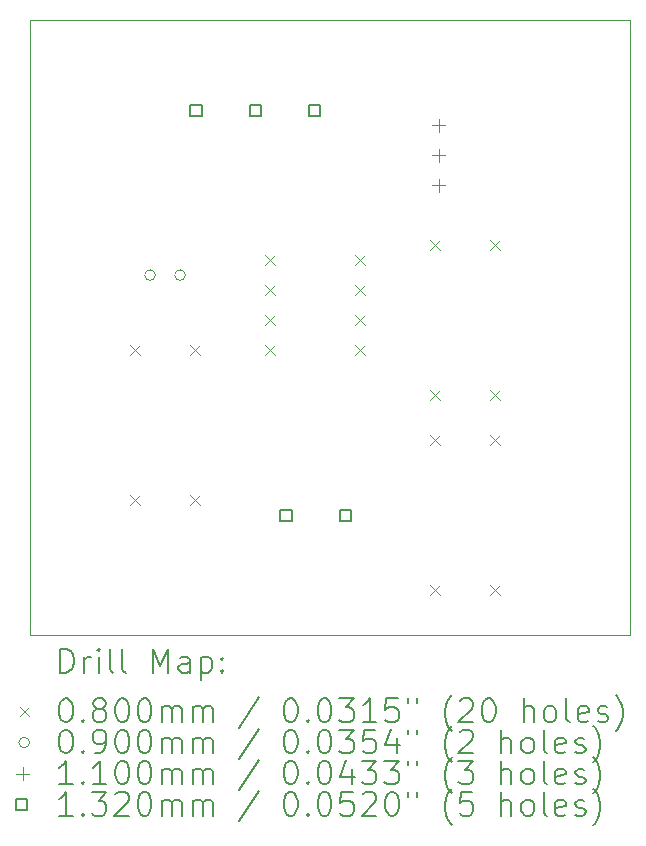
<source format=gbr>
%TF.GenerationSoftware,KiCad,Pcbnew,7.0.6*%
%TF.CreationDate,2023-07-17T15:49:31+01:00*%
%TF.ProjectId,med_assoc_lick_sens_addon,6d65645f-6173-4736-9f63-5f6c69636b5f,rev?*%
%TF.SameCoordinates,Original*%
%TF.FileFunction,Drillmap*%
%TF.FilePolarity,Positive*%
%FSLAX45Y45*%
G04 Gerber Fmt 4.5, Leading zero omitted, Abs format (unit mm)*
G04 Created by KiCad (PCBNEW 7.0.6) date 2023-07-17 15:49:31*
%MOMM*%
%LPD*%
G01*
G04 APERTURE LIST*
%ADD10C,0.100000*%
%ADD11C,0.200000*%
%ADD12C,0.080000*%
%ADD13C,0.090000*%
%ADD14C,0.110000*%
%ADD15C,0.132000*%
G04 APERTURE END LIST*
D10*
X13970000Y-3556000D02*
X19050000Y-3556000D01*
X19050000Y-8763000D01*
X13970000Y-8763000D01*
X13970000Y-3556000D01*
D11*
D12*
X14819000Y-6310000D02*
X14899000Y-6390000D01*
X14899000Y-6310000D02*
X14819000Y-6390000D01*
X14819000Y-7580000D02*
X14899000Y-7660000D01*
X14899000Y-7580000D02*
X14819000Y-7660000D01*
X15327000Y-6310000D02*
X15407000Y-6390000D01*
X15407000Y-6310000D02*
X15327000Y-6390000D01*
X15327000Y-7580000D02*
X15407000Y-7660000D01*
X15407000Y-7580000D02*
X15327000Y-7660000D01*
X15962000Y-5548000D02*
X16042000Y-5628000D01*
X16042000Y-5548000D02*
X15962000Y-5628000D01*
X15962000Y-5802000D02*
X16042000Y-5882000D01*
X16042000Y-5802000D02*
X15962000Y-5882000D01*
X15962000Y-6056000D02*
X16042000Y-6136000D01*
X16042000Y-6056000D02*
X15962000Y-6136000D01*
X15962000Y-6310000D02*
X16042000Y-6390000D01*
X16042000Y-6310000D02*
X15962000Y-6390000D01*
X16724000Y-5548000D02*
X16804000Y-5628000D01*
X16804000Y-5548000D02*
X16724000Y-5628000D01*
X16724000Y-5802000D02*
X16804000Y-5882000D01*
X16804000Y-5802000D02*
X16724000Y-5882000D01*
X16724000Y-6056000D02*
X16804000Y-6136000D01*
X16804000Y-6056000D02*
X16724000Y-6136000D01*
X16724000Y-6310000D02*
X16804000Y-6390000D01*
X16804000Y-6310000D02*
X16724000Y-6390000D01*
X17359000Y-5421000D02*
X17439000Y-5501000D01*
X17439000Y-5421000D02*
X17359000Y-5501000D01*
X17359000Y-6691000D02*
X17439000Y-6771000D01*
X17439000Y-6691000D02*
X17359000Y-6771000D01*
X17359000Y-7072000D02*
X17439000Y-7152000D01*
X17439000Y-7072000D02*
X17359000Y-7152000D01*
X17359000Y-8342000D02*
X17439000Y-8422000D01*
X17439000Y-8342000D02*
X17359000Y-8422000D01*
X17867000Y-5421000D02*
X17947000Y-5501000D01*
X17947000Y-5421000D02*
X17867000Y-5501000D01*
X17867000Y-6691000D02*
X17947000Y-6771000D01*
X17947000Y-6691000D02*
X17867000Y-6771000D01*
X17867000Y-7072000D02*
X17947000Y-7152000D01*
X17947000Y-7072000D02*
X17867000Y-7152000D01*
X17867000Y-8342000D02*
X17947000Y-8422000D01*
X17947000Y-8342000D02*
X17867000Y-8422000D01*
D13*
X15031000Y-5715000D02*
G75*
G03*
X15031000Y-5715000I-45000J0D01*
G01*
X15285000Y-5715000D02*
G75*
G03*
X15285000Y-5715000I-45000J0D01*
G01*
D14*
X17431500Y-4390000D02*
X17431500Y-4500000D01*
X17376500Y-4445000D02*
X17486500Y-4445000D01*
X17431500Y-4644000D02*
X17431500Y-4754000D01*
X17376500Y-4699000D02*
X17486500Y-4699000D01*
X17431500Y-4898000D02*
X17431500Y-5008000D01*
X17376500Y-4953000D02*
X17486500Y-4953000D01*
D15*
X15421669Y-4364670D02*
X15421669Y-4271331D01*
X15328330Y-4271331D01*
X15328330Y-4364670D01*
X15421669Y-4364670D01*
X15921669Y-4364670D02*
X15921669Y-4271331D01*
X15828330Y-4271331D01*
X15828330Y-4364670D01*
X15921669Y-4364670D01*
X16183669Y-7793669D02*
X16183669Y-7700330D01*
X16090330Y-7700330D01*
X16090330Y-7793669D01*
X16183669Y-7793669D01*
X16421669Y-4364670D02*
X16421669Y-4271331D01*
X16328330Y-4271331D01*
X16328330Y-4364670D01*
X16421669Y-4364670D01*
X16683669Y-7793669D02*
X16683669Y-7700330D01*
X16590330Y-7700330D01*
X16590330Y-7793669D01*
X16683669Y-7793669D01*
D11*
X14225777Y-9079484D02*
X14225777Y-8879484D01*
X14225777Y-8879484D02*
X14273396Y-8879484D01*
X14273396Y-8879484D02*
X14301967Y-8889008D01*
X14301967Y-8889008D02*
X14321015Y-8908055D01*
X14321015Y-8908055D02*
X14330539Y-8927103D01*
X14330539Y-8927103D02*
X14340062Y-8965198D01*
X14340062Y-8965198D02*
X14340062Y-8993770D01*
X14340062Y-8993770D02*
X14330539Y-9031865D01*
X14330539Y-9031865D02*
X14321015Y-9050912D01*
X14321015Y-9050912D02*
X14301967Y-9069960D01*
X14301967Y-9069960D02*
X14273396Y-9079484D01*
X14273396Y-9079484D02*
X14225777Y-9079484D01*
X14425777Y-9079484D02*
X14425777Y-8946150D01*
X14425777Y-8984246D02*
X14435301Y-8965198D01*
X14435301Y-8965198D02*
X14444824Y-8955674D01*
X14444824Y-8955674D02*
X14463872Y-8946150D01*
X14463872Y-8946150D02*
X14482920Y-8946150D01*
X14549586Y-9079484D02*
X14549586Y-8946150D01*
X14549586Y-8879484D02*
X14540062Y-8889008D01*
X14540062Y-8889008D02*
X14549586Y-8898531D01*
X14549586Y-8898531D02*
X14559110Y-8889008D01*
X14559110Y-8889008D02*
X14549586Y-8879484D01*
X14549586Y-8879484D02*
X14549586Y-8898531D01*
X14673396Y-9079484D02*
X14654348Y-9069960D01*
X14654348Y-9069960D02*
X14644824Y-9050912D01*
X14644824Y-9050912D02*
X14644824Y-8879484D01*
X14778158Y-9079484D02*
X14759110Y-9069960D01*
X14759110Y-9069960D02*
X14749586Y-9050912D01*
X14749586Y-9050912D02*
X14749586Y-8879484D01*
X15006729Y-9079484D02*
X15006729Y-8879484D01*
X15006729Y-8879484D02*
X15073396Y-9022341D01*
X15073396Y-9022341D02*
X15140062Y-8879484D01*
X15140062Y-8879484D02*
X15140062Y-9079484D01*
X15321015Y-9079484D02*
X15321015Y-8974722D01*
X15321015Y-8974722D02*
X15311491Y-8955674D01*
X15311491Y-8955674D02*
X15292443Y-8946150D01*
X15292443Y-8946150D02*
X15254348Y-8946150D01*
X15254348Y-8946150D02*
X15235301Y-8955674D01*
X15321015Y-9069960D02*
X15301967Y-9079484D01*
X15301967Y-9079484D02*
X15254348Y-9079484D01*
X15254348Y-9079484D02*
X15235301Y-9069960D01*
X15235301Y-9069960D02*
X15225777Y-9050912D01*
X15225777Y-9050912D02*
X15225777Y-9031865D01*
X15225777Y-9031865D02*
X15235301Y-9012817D01*
X15235301Y-9012817D02*
X15254348Y-9003293D01*
X15254348Y-9003293D02*
X15301967Y-9003293D01*
X15301967Y-9003293D02*
X15321015Y-8993770D01*
X15416253Y-8946150D02*
X15416253Y-9146150D01*
X15416253Y-8955674D02*
X15435301Y-8946150D01*
X15435301Y-8946150D02*
X15473396Y-8946150D01*
X15473396Y-8946150D02*
X15492443Y-8955674D01*
X15492443Y-8955674D02*
X15501967Y-8965198D01*
X15501967Y-8965198D02*
X15511491Y-8984246D01*
X15511491Y-8984246D02*
X15511491Y-9041389D01*
X15511491Y-9041389D02*
X15501967Y-9060436D01*
X15501967Y-9060436D02*
X15492443Y-9069960D01*
X15492443Y-9069960D02*
X15473396Y-9079484D01*
X15473396Y-9079484D02*
X15435301Y-9079484D01*
X15435301Y-9079484D02*
X15416253Y-9069960D01*
X15597205Y-9060436D02*
X15606729Y-9069960D01*
X15606729Y-9069960D02*
X15597205Y-9079484D01*
X15597205Y-9079484D02*
X15587682Y-9069960D01*
X15587682Y-9069960D02*
X15597205Y-9060436D01*
X15597205Y-9060436D02*
X15597205Y-9079484D01*
X15597205Y-8955674D02*
X15606729Y-8965198D01*
X15606729Y-8965198D02*
X15597205Y-8974722D01*
X15597205Y-8974722D02*
X15587682Y-8965198D01*
X15587682Y-8965198D02*
X15597205Y-8955674D01*
X15597205Y-8955674D02*
X15597205Y-8974722D01*
D12*
X13885000Y-9368000D02*
X13965000Y-9448000D01*
X13965000Y-9368000D02*
X13885000Y-9448000D01*
D11*
X14263872Y-9299484D02*
X14282920Y-9299484D01*
X14282920Y-9299484D02*
X14301967Y-9309008D01*
X14301967Y-9309008D02*
X14311491Y-9318531D01*
X14311491Y-9318531D02*
X14321015Y-9337579D01*
X14321015Y-9337579D02*
X14330539Y-9375674D01*
X14330539Y-9375674D02*
X14330539Y-9423293D01*
X14330539Y-9423293D02*
X14321015Y-9461389D01*
X14321015Y-9461389D02*
X14311491Y-9480436D01*
X14311491Y-9480436D02*
X14301967Y-9489960D01*
X14301967Y-9489960D02*
X14282920Y-9499484D01*
X14282920Y-9499484D02*
X14263872Y-9499484D01*
X14263872Y-9499484D02*
X14244824Y-9489960D01*
X14244824Y-9489960D02*
X14235301Y-9480436D01*
X14235301Y-9480436D02*
X14225777Y-9461389D01*
X14225777Y-9461389D02*
X14216253Y-9423293D01*
X14216253Y-9423293D02*
X14216253Y-9375674D01*
X14216253Y-9375674D02*
X14225777Y-9337579D01*
X14225777Y-9337579D02*
X14235301Y-9318531D01*
X14235301Y-9318531D02*
X14244824Y-9309008D01*
X14244824Y-9309008D02*
X14263872Y-9299484D01*
X14416253Y-9480436D02*
X14425777Y-9489960D01*
X14425777Y-9489960D02*
X14416253Y-9499484D01*
X14416253Y-9499484D02*
X14406729Y-9489960D01*
X14406729Y-9489960D02*
X14416253Y-9480436D01*
X14416253Y-9480436D02*
X14416253Y-9499484D01*
X14540062Y-9385198D02*
X14521015Y-9375674D01*
X14521015Y-9375674D02*
X14511491Y-9366150D01*
X14511491Y-9366150D02*
X14501967Y-9347103D01*
X14501967Y-9347103D02*
X14501967Y-9337579D01*
X14501967Y-9337579D02*
X14511491Y-9318531D01*
X14511491Y-9318531D02*
X14521015Y-9309008D01*
X14521015Y-9309008D02*
X14540062Y-9299484D01*
X14540062Y-9299484D02*
X14578158Y-9299484D01*
X14578158Y-9299484D02*
X14597205Y-9309008D01*
X14597205Y-9309008D02*
X14606729Y-9318531D01*
X14606729Y-9318531D02*
X14616253Y-9337579D01*
X14616253Y-9337579D02*
X14616253Y-9347103D01*
X14616253Y-9347103D02*
X14606729Y-9366150D01*
X14606729Y-9366150D02*
X14597205Y-9375674D01*
X14597205Y-9375674D02*
X14578158Y-9385198D01*
X14578158Y-9385198D02*
X14540062Y-9385198D01*
X14540062Y-9385198D02*
X14521015Y-9394722D01*
X14521015Y-9394722D02*
X14511491Y-9404246D01*
X14511491Y-9404246D02*
X14501967Y-9423293D01*
X14501967Y-9423293D02*
X14501967Y-9461389D01*
X14501967Y-9461389D02*
X14511491Y-9480436D01*
X14511491Y-9480436D02*
X14521015Y-9489960D01*
X14521015Y-9489960D02*
X14540062Y-9499484D01*
X14540062Y-9499484D02*
X14578158Y-9499484D01*
X14578158Y-9499484D02*
X14597205Y-9489960D01*
X14597205Y-9489960D02*
X14606729Y-9480436D01*
X14606729Y-9480436D02*
X14616253Y-9461389D01*
X14616253Y-9461389D02*
X14616253Y-9423293D01*
X14616253Y-9423293D02*
X14606729Y-9404246D01*
X14606729Y-9404246D02*
X14597205Y-9394722D01*
X14597205Y-9394722D02*
X14578158Y-9385198D01*
X14740062Y-9299484D02*
X14759110Y-9299484D01*
X14759110Y-9299484D02*
X14778158Y-9309008D01*
X14778158Y-9309008D02*
X14787682Y-9318531D01*
X14787682Y-9318531D02*
X14797205Y-9337579D01*
X14797205Y-9337579D02*
X14806729Y-9375674D01*
X14806729Y-9375674D02*
X14806729Y-9423293D01*
X14806729Y-9423293D02*
X14797205Y-9461389D01*
X14797205Y-9461389D02*
X14787682Y-9480436D01*
X14787682Y-9480436D02*
X14778158Y-9489960D01*
X14778158Y-9489960D02*
X14759110Y-9499484D01*
X14759110Y-9499484D02*
X14740062Y-9499484D01*
X14740062Y-9499484D02*
X14721015Y-9489960D01*
X14721015Y-9489960D02*
X14711491Y-9480436D01*
X14711491Y-9480436D02*
X14701967Y-9461389D01*
X14701967Y-9461389D02*
X14692443Y-9423293D01*
X14692443Y-9423293D02*
X14692443Y-9375674D01*
X14692443Y-9375674D02*
X14701967Y-9337579D01*
X14701967Y-9337579D02*
X14711491Y-9318531D01*
X14711491Y-9318531D02*
X14721015Y-9309008D01*
X14721015Y-9309008D02*
X14740062Y-9299484D01*
X14930539Y-9299484D02*
X14949586Y-9299484D01*
X14949586Y-9299484D02*
X14968634Y-9309008D01*
X14968634Y-9309008D02*
X14978158Y-9318531D01*
X14978158Y-9318531D02*
X14987682Y-9337579D01*
X14987682Y-9337579D02*
X14997205Y-9375674D01*
X14997205Y-9375674D02*
X14997205Y-9423293D01*
X14997205Y-9423293D02*
X14987682Y-9461389D01*
X14987682Y-9461389D02*
X14978158Y-9480436D01*
X14978158Y-9480436D02*
X14968634Y-9489960D01*
X14968634Y-9489960D02*
X14949586Y-9499484D01*
X14949586Y-9499484D02*
X14930539Y-9499484D01*
X14930539Y-9499484D02*
X14911491Y-9489960D01*
X14911491Y-9489960D02*
X14901967Y-9480436D01*
X14901967Y-9480436D02*
X14892443Y-9461389D01*
X14892443Y-9461389D02*
X14882920Y-9423293D01*
X14882920Y-9423293D02*
X14882920Y-9375674D01*
X14882920Y-9375674D02*
X14892443Y-9337579D01*
X14892443Y-9337579D02*
X14901967Y-9318531D01*
X14901967Y-9318531D02*
X14911491Y-9309008D01*
X14911491Y-9309008D02*
X14930539Y-9299484D01*
X15082920Y-9499484D02*
X15082920Y-9366150D01*
X15082920Y-9385198D02*
X15092443Y-9375674D01*
X15092443Y-9375674D02*
X15111491Y-9366150D01*
X15111491Y-9366150D02*
X15140063Y-9366150D01*
X15140063Y-9366150D02*
X15159110Y-9375674D01*
X15159110Y-9375674D02*
X15168634Y-9394722D01*
X15168634Y-9394722D02*
X15168634Y-9499484D01*
X15168634Y-9394722D02*
X15178158Y-9375674D01*
X15178158Y-9375674D02*
X15197205Y-9366150D01*
X15197205Y-9366150D02*
X15225777Y-9366150D01*
X15225777Y-9366150D02*
X15244824Y-9375674D01*
X15244824Y-9375674D02*
X15254348Y-9394722D01*
X15254348Y-9394722D02*
X15254348Y-9499484D01*
X15349586Y-9499484D02*
X15349586Y-9366150D01*
X15349586Y-9385198D02*
X15359110Y-9375674D01*
X15359110Y-9375674D02*
X15378158Y-9366150D01*
X15378158Y-9366150D02*
X15406729Y-9366150D01*
X15406729Y-9366150D02*
X15425777Y-9375674D01*
X15425777Y-9375674D02*
X15435301Y-9394722D01*
X15435301Y-9394722D02*
X15435301Y-9499484D01*
X15435301Y-9394722D02*
X15444824Y-9375674D01*
X15444824Y-9375674D02*
X15463872Y-9366150D01*
X15463872Y-9366150D02*
X15492443Y-9366150D01*
X15492443Y-9366150D02*
X15511491Y-9375674D01*
X15511491Y-9375674D02*
X15521015Y-9394722D01*
X15521015Y-9394722D02*
X15521015Y-9499484D01*
X15911491Y-9289960D02*
X15740063Y-9547103D01*
X16168634Y-9299484D02*
X16187682Y-9299484D01*
X16187682Y-9299484D02*
X16206729Y-9309008D01*
X16206729Y-9309008D02*
X16216253Y-9318531D01*
X16216253Y-9318531D02*
X16225777Y-9337579D01*
X16225777Y-9337579D02*
X16235301Y-9375674D01*
X16235301Y-9375674D02*
X16235301Y-9423293D01*
X16235301Y-9423293D02*
X16225777Y-9461389D01*
X16225777Y-9461389D02*
X16216253Y-9480436D01*
X16216253Y-9480436D02*
X16206729Y-9489960D01*
X16206729Y-9489960D02*
X16187682Y-9499484D01*
X16187682Y-9499484D02*
X16168634Y-9499484D01*
X16168634Y-9499484D02*
X16149586Y-9489960D01*
X16149586Y-9489960D02*
X16140063Y-9480436D01*
X16140063Y-9480436D02*
X16130539Y-9461389D01*
X16130539Y-9461389D02*
X16121015Y-9423293D01*
X16121015Y-9423293D02*
X16121015Y-9375674D01*
X16121015Y-9375674D02*
X16130539Y-9337579D01*
X16130539Y-9337579D02*
X16140063Y-9318531D01*
X16140063Y-9318531D02*
X16149586Y-9309008D01*
X16149586Y-9309008D02*
X16168634Y-9299484D01*
X16321015Y-9480436D02*
X16330539Y-9489960D01*
X16330539Y-9489960D02*
X16321015Y-9499484D01*
X16321015Y-9499484D02*
X16311491Y-9489960D01*
X16311491Y-9489960D02*
X16321015Y-9480436D01*
X16321015Y-9480436D02*
X16321015Y-9499484D01*
X16454348Y-9299484D02*
X16473396Y-9299484D01*
X16473396Y-9299484D02*
X16492444Y-9309008D01*
X16492444Y-9309008D02*
X16501967Y-9318531D01*
X16501967Y-9318531D02*
X16511491Y-9337579D01*
X16511491Y-9337579D02*
X16521015Y-9375674D01*
X16521015Y-9375674D02*
X16521015Y-9423293D01*
X16521015Y-9423293D02*
X16511491Y-9461389D01*
X16511491Y-9461389D02*
X16501967Y-9480436D01*
X16501967Y-9480436D02*
X16492444Y-9489960D01*
X16492444Y-9489960D02*
X16473396Y-9499484D01*
X16473396Y-9499484D02*
X16454348Y-9499484D01*
X16454348Y-9499484D02*
X16435301Y-9489960D01*
X16435301Y-9489960D02*
X16425777Y-9480436D01*
X16425777Y-9480436D02*
X16416253Y-9461389D01*
X16416253Y-9461389D02*
X16406729Y-9423293D01*
X16406729Y-9423293D02*
X16406729Y-9375674D01*
X16406729Y-9375674D02*
X16416253Y-9337579D01*
X16416253Y-9337579D02*
X16425777Y-9318531D01*
X16425777Y-9318531D02*
X16435301Y-9309008D01*
X16435301Y-9309008D02*
X16454348Y-9299484D01*
X16587682Y-9299484D02*
X16711491Y-9299484D01*
X16711491Y-9299484D02*
X16644825Y-9375674D01*
X16644825Y-9375674D02*
X16673396Y-9375674D01*
X16673396Y-9375674D02*
X16692444Y-9385198D01*
X16692444Y-9385198D02*
X16701967Y-9394722D01*
X16701967Y-9394722D02*
X16711491Y-9413770D01*
X16711491Y-9413770D02*
X16711491Y-9461389D01*
X16711491Y-9461389D02*
X16701967Y-9480436D01*
X16701967Y-9480436D02*
X16692444Y-9489960D01*
X16692444Y-9489960D02*
X16673396Y-9499484D01*
X16673396Y-9499484D02*
X16616253Y-9499484D01*
X16616253Y-9499484D02*
X16597206Y-9489960D01*
X16597206Y-9489960D02*
X16587682Y-9480436D01*
X16901968Y-9499484D02*
X16787682Y-9499484D01*
X16844825Y-9499484D02*
X16844825Y-9299484D01*
X16844825Y-9299484D02*
X16825777Y-9328055D01*
X16825777Y-9328055D02*
X16806729Y-9347103D01*
X16806729Y-9347103D02*
X16787682Y-9356627D01*
X17082920Y-9299484D02*
X16987682Y-9299484D01*
X16987682Y-9299484D02*
X16978158Y-9394722D01*
X16978158Y-9394722D02*
X16987682Y-9385198D01*
X16987682Y-9385198D02*
X17006729Y-9375674D01*
X17006729Y-9375674D02*
X17054349Y-9375674D01*
X17054349Y-9375674D02*
X17073396Y-9385198D01*
X17073396Y-9385198D02*
X17082920Y-9394722D01*
X17082920Y-9394722D02*
X17092444Y-9413770D01*
X17092444Y-9413770D02*
X17092444Y-9461389D01*
X17092444Y-9461389D02*
X17082920Y-9480436D01*
X17082920Y-9480436D02*
X17073396Y-9489960D01*
X17073396Y-9489960D02*
X17054349Y-9499484D01*
X17054349Y-9499484D02*
X17006729Y-9499484D01*
X17006729Y-9499484D02*
X16987682Y-9489960D01*
X16987682Y-9489960D02*
X16978158Y-9480436D01*
X17168634Y-9299484D02*
X17168634Y-9337579D01*
X17244825Y-9299484D02*
X17244825Y-9337579D01*
X17540063Y-9575674D02*
X17530539Y-9566150D01*
X17530539Y-9566150D02*
X17511491Y-9537579D01*
X17511491Y-9537579D02*
X17501968Y-9518531D01*
X17501968Y-9518531D02*
X17492444Y-9489960D01*
X17492444Y-9489960D02*
X17482920Y-9442341D01*
X17482920Y-9442341D02*
X17482920Y-9404246D01*
X17482920Y-9404246D02*
X17492444Y-9356627D01*
X17492444Y-9356627D02*
X17501968Y-9328055D01*
X17501968Y-9328055D02*
X17511491Y-9309008D01*
X17511491Y-9309008D02*
X17530539Y-9280436D01*
X17530539Y-9280436D02*
X17540063Y-9270912D01*
X17606730Y-9318531D02*
X17616253Y-9309008D01*
X17616253Y-9309008D02*
X17635301Y-9299484D01*
X17635301Y-9299484D02*
X17682920Y-9299484D01*
X17682920Y-9299484D02*
X17701968Y-9309008D01*
X17701968Y-9309008D02*
X17711491Y-9318531D01*
X17711491Y-9318531D02*
X17721015Y-9337579D01*
X17721015Y-9337579D02*
X17721015Y-9356627D01*
X17721015Y-9356627D02*
X17711491Y-9385198D01*
X17711491Y-9385198D02*
X17597206Y-9499484D01*
X17597206Y-9499484D02*
X17721015Y-9499484D01*
X17844825Y-9299484D02*
X17863872Y-9299484D01*
X17863872Y-9299484D02*
X17882920Y-9309008D01*
X17882920Y-9309008D02*
X17892444Y-9318531D01*
X17892444Y-9318531D02*
X17901968Y-9337579D01*
X17901968Y-9337579D02*
X17911491Y-9375674D01*
X17911491Y-9375674D02*
X17911491Y-9423293D01*
X17911491Y-9423293D02*
X17901968Y-9461389D01*
X17901968Y-9461389D02*
X17892444Y-9480436D01*
X17892444Y-9480436D02*
X17882920Y-9489960D01*
X17882920Y-9489960D02*
X17863872Y-9499484D01*
X17863872Y-9499484D02*
X17844825Y-9499484D01*
X17844825Y-9499484D02*
X17825777Y-9489960D01*
X17825777Y-9489960D02*
X17816253Y-9480436D01*
X17816253Y-9480436D02*
X17806730Y-9461389D01*
X17806730Y-9461389D02*
X17797206Y-9423293D01*
X17797206Y-9423293D02*
X17797206Y-9375674D01*
X17797206Y-9375674D02*
X17806730Y-9337579D01*
X17806730Y-9337579D02*
X17816253Y-9318531D01*
X17816253Y-9318531D02*
X17825777Y-9309008D01*
X17825777Y-9309008D02*
X17844825Y-9299484D01*
X18149587Y-9499484D02*
X18149587Y-9299484D01*
X18235301Y-9499484D02*
X18235301Y-9394722D01*
X18235301Y-9394722D02*
X18225777Y-9375674D01*
X18225777Y-9375674D02*
X18206730Y-9366150D01*
X18206730Y-9366150D02*
X18178158Y-9366150D01*
X18178158Y-9366150D02*
X18159111Y-9375674D01*
X18159111Y-9375674D02*
X18149587Y-9385198D01*
X18359111Y-9499484D02*
X18340063Y-9489960D01*
X18340063Y-9489960D02*
X18330539Y-9480436D01*
X18330539Y-9480436D02*
X18321015Y-9461389D01*
X18321015Y-9461389D02*
X18321015Y-9404246D01*
X18321015Y-9404246D02*
X18330539Y-9385198D01*
X18330539Y-9385198D02*
X18340063Y-9375674D01*
X18340063Y-9375674D02*
X18359111Y-9366150D01*
X18359111Y-9366150D02*
X18387682Y-9366150D01*
X18387682Y-9366150D02*
X18406730Y-9375674D01*
X18406730Y-9375674D02*
X18416253Y-9385198D01*
X18416253Y-9385198D02*
X18425777Y-9404246D01*
X18425777Y-9404246D02*
X18425777Y-9461389D01*
X18425777Y-9461389D02*
X18416253Y-9480436D01*
X18416253Y-9480436D02*
X18406730Y-9489960D01*
X18406730Y-9489960D02*
X18387682Y-9499484D01*
X18387682Y-9499484D02*
X18359111Y-9499484D01*
X18540063Y-9499484D02*
X18521015Y-9489960D01*
X18521015Y-9489960D02*
X18511492Y-9470912D01*
X18511492Y-9470912D02*
X18511492Y-9299484D01*
X18692444Y-9489960D02*
X18673396Y-9499484D01*
X18673396Y-9499484D02*
X18635301Y-9499484D01*
X18635301Y-9499484D02*
X18616253Y-9489960D01*
X18616253Y-9489960D02*
X18606730Y-9470912D01*
X18606730Y-9470912D02*
X18606730Y-9394722D01*
X18606730Y-9394722D02*
X18616253Y-9375674D01*
X18616253Y-9375674D02*
X18635301Y-9366150D01*
X18635301Y-9366150D02*
X18673396Y-9366150D01*
X18673396Y-9366150D02*
X18692444Y-9375674D01*
X18692444Y-9375674D02*
X18701968Y-9394722D01*
X18701968Y-9394722D02*
X18701968Y-9413770D01*
X18701968Y-9413770D02*
X18606730Y-9432817D01*
X18778158Y-9489960D02*
X18797206Y-9499484D01*
X18797206Y-9499484D02*
X18835301Y-9499484D01*
X18835301Y-9499484D02*
X18854349Y-9489960D01*
X18854349Y-9489960D02*
X18863873Y-9470912D01*
X18863873Y-9470912D02*
X18863873Y-9461389D01*
X18863873Y-9461389D02*
X18854349Y-9442341D01*
X18854349Y-9442341D02*
X18835301Y-9432817D01*
X18835301Y-9432817D02*
X18806730Y-9432817D01*
X18806730Y-9432817D02*
X18787682Y-9423293D01*
X18787682Y-9423293D02*
X18778158Y-9404246D01*
X18778158Y-9404246D02*
X18778158Y-9394722D01*
X18778158Y-9394722D02*
X18787682Y-9375674D01*
X18787682Y-9375674D02*
X18806730Y-9366150D01*
X18806730Y-9366150D02*
X18835301Y-9366150D01*
X18835301Y-9366150D02*
X18854349Y-9375674D01*
X18930539Y-9575674D02*
X18940063Y-9566150D01*
X18940063Y-9566150D02*
X18959111Y-9537579D01*
X18959111Y-9537579D02*
X18968634Y-9518531D01*
X18968634Y-9518531D02*
X18978158Y-9489960D01*
X18978158Y-9489960D02*
X18987682Y-9442341D01*
X18987682Y-9442341D02*
X18987682Y-9404246D01*
X18987682Y-9404246D02*
X18978158Y-9356627D01*
X18978158Y-9356627D02*
X18968634Y-9328055D01*
X18968634Y-9328055D02*
X18959111Y-9309008D01*
X18959111Y-9309008D02*
X18940063Y-9280436D01*
X18940063Y-9280436D02*
X18930539Y-9270912D01*
D13*
X13965000Y-9672000D02*
G75*
G03*
X13965000Y-9672000I-45000J0D01*
G01*
D11*
X14263872Y-9563484D02*
X14282920Y-9563484D01*
X14282920Y-9563484D02*
X14301967Y-9573008D01*
X14301967Y-9573008D02*
X14311491Y-9582531D01*
X14311491Y-9582531D02*
X14321015Y-9601579D01*
X14321015Y-9601579D02*
X14330539Y-9639674D01*
X14330539Y-9639674D02*
X14330539Y-9687293D01*
X14330539Y-9687293D02*
X14321015Y-9725389D01*
X14321015Y-9725389D02*
X14311491Y-9744436D01*
X14311491Y-9744436D02*
X14301967Y-9753960D01*
X14301967Y-9753960D02*
X14282920Y-9763484D01*
X14282920Y-9763484D02*
X14263872Y-9763484D01*
X14263872Y-9763484D02*
X14244824Y-9753960D01*
X14244824Y-9753960D02*
X14235301Y-9744436D01*
X14235301Y-9744436D02*
X14225777Y-9725389D01*
X14225777Y-9725389D02*
X14216253Y-9687293D01*
X14216253Y-9687293D02*
X14216253Y-9639674D01*
X14216253Y-9639674D02*
X14225777Y-9601579D01*
X14225777Y-9601579D02*
X14235301Y-9582531D01*
X14235301Y-9582531D02*
X14244824Y-9573008D01*
X14244824Y-9573008D02*
X14263872Y-9563484D01*
X14416253Y-9744436D02*
X14425777Y-9753960D01*
X14425777Y-9753960D02*
X14416253Y-9763484D01*
X14416253Y-9763484D02*
X14406729Y-9753960D01*
X14406729Y-9753960D02*
X14416253Y-9744436D01*
X14416253Y-9744436D02*
X14416253Y-9763484D01*
X14521015Y-9763484D02*
X14559110Y-9763484D01*
X14559110Y-9763484D02*
X14578158Y-9753960D01*
X14578158Y-9753960D02*
X14587682Y-9744436D01*
X14587682Y-9744436D02*
X14606729Y-9715865D01*
X14606729Y-9715865D02*
X14616253Y-9677770D01*
X14616253Y-9677770D02*
X14616253Y-9601579D01*
X14616253Y-9601579D02*
X14606729Y-9582531D01*
X14606729Y-9582531D02*
X14597205Y-9573008D01*
X14597205Y-9573008D02*
X14578158Y-9563484D01*
X14578158Y-9563484D02*
X14540062Y-9563484D01*
X14540062Y-9563484D02*
X14521015Y-9573008D01*
X14521015Y-9573008D02*
X14511491Y-9582531D01*
X14511491Y-9582531D02*
X14501967Y-9601579D01*
X14501967Y-9601579D02*
X14501967Y-9649198D01*
X14501967Y-9649198D02*
X14511491Y-9668246D01*
X14511491Y-9668246D02*
X14521015Y-9677770D01*
X14521015Y-9677770D02*
X14540062Y-9687293D01*
X14540062Y-9687293D02*
X14578158Y-9687293D01*
X14578158Y-9687293D02*
X14597205Y-9677770D01*
X14597205Y-9677770D02*
X14606729Y-9668246D01*
X14606729Y-9668246D02*
X14616253Y-9649198D01*
X14740062Y-9563484D02*
X14759110Y-9563484D01*
X14759110Y-9563484D02*
X14778158Y-9573008D01*
X14778158Y-9573008D02*
X14787682Y-9582531D01*
X14787682Y-9582531D02*
X14797205Y-9601579D01*
X14797205Y-9601579D02*
X14806729Y-9639674D01*
X14806729Y-9639674D02*
X14806729Y-9687293D01*
X14806729Y-9687293D02*
X14797205Y-9725389D01*
X14797205Y-9725389D02*
X14787682Y-9744436D01*
X14787682Y-9744436D02*
X14778158Y-9753960D01*
X14778158Y-9753960D02*
X14759110Y-9763484D01*
X14759110Y-9763484D02*
X14740062Y-9763484D01*
X14740062Y-9763484D02*
X14721015Y-9753960D01*
X14721015Y-9753960D02*
X14711491Y-9744436D01*
X14711491Y-9744436D02*
X14701967Y-9725389D01*
X14701967Y-9725389D02*
X14692443Y-9687293D01*
X14692443Y-9687293D02*
X14692443Y-9639674D01*
X14692443Y-9639674D02*
X14701967Y-9601579D01*
X14701967Y-9601579D02*
X14711491Y-9582531D01*
X14711491Y-9582531D02*
X14721015Y-9573008D01*
X14721015Y-9573008D02*
X14740062Y-9563484D01*
X14930539Y-9563484D02*
X14949586Y-9563484D01*
X14949586Y-9563484D02*
X14968634Y-9573008D01*
X14968634Y-9573008D02*
X14978158Y-9582531D01*
X14978158Y-9582531D02*
X14987682Y-9601579D01*
X14987682Y-9601579D02*
X14997205Y-9639674D01*
X14997205Y-9639674D02*
X14997205Y-9687293D01*
X14997205Y-9687293D02*
X14987682Y-9725389D01*
X14987682Y-9725389D02*
X14978158Y-9744436D01*
X14978158Y-9744436D02*
X14968634Y-9753960D01*
X14968634Y-9753960D02*
X14949586Y-9763484D01*
X14949586Y-9763484D02*
X14930539Y-9763484D01*
X14930539Y-9763484D02*
X14911491Y-9753960D01*
X14911491Y-9753960D02*
X14901967Y-9744436D01*
X14901967Y-9744436D02*
X14892443Y-9725389D01*
X14892443Y-9725389D02*
X14882920Y-9687293D01*
X14882920Y-9687293D02*
X14882920Y-9639674D01*
X14882920Y-9639674D02*
X14892443Y-9601579D01*
X14892443Y-9601579D02*
X14901967Y-9582531D01*
X14901967Y-9582531D02*
X14911491Y-9573008D01*
X14911491Y-9573008D02*
X14930539Y-9563484D01*
X15082920Y-9763484D02*
X15082920Y-9630150D01*
X15082920Y-9649198D02*
X15092443Y-9639674D01*
X15092443Y-9639674D02*
X15111491Y-9630150D01*
X15111491Y-9630150D02*
X15140063Y-9630150D01*
X15140063Y-9630150D02*
X15159110Y-9639674D01*
X15159110Y-9639674D02*
X15168634Y-9658722D01*
X15168634Y-9658722D02*
X15168634Y-9763484D01*
X15168634Y-9658722D02*
X15178158Y-9639674D01*
X15178158Y-9639674D02*
X15197205Y-9630150D01*
X15197205Y-9630150D02*
X15225777Y-9630150D01*
X15225777Y-9630150D02*
X15244824Y-9639674D01*
X15244824Y-9639674D02*
X15254348Y-9658722D01*
X15254348Y-9658722D02*
X15254348Y-9763484D01*
X15349586Y-9763484D02*
X15349586Y-9630150D01*
X15349586Y-9649198D02*
X15359110Y-9639674D01*
X15359110Y-9639674D02*
X15378158Y-9630150D01*
X15378158Y-9630150D02*
X15406729Y-9630150D01*
X15406729Y-9630150D02*
X15425777Y-9639674D01*
X15425777Y-9639674D02*
X15435301Y-9658722D01*
X15435301Y-9658722D02*
X15435301Y-9763484D01*
X15435301Y-9658722D02*
X15444824Y-9639674D01*
X15444824Y-9639674D02*
X15463872Y-9630150D01*
X15463872Y-9630150D02*
X15492443Y-9630150D01*
X15492443Y-9630150D02*
X15511491Y-9639674D01*
X15511491Y-9639674D02*
X15521015Y-9658722D01*
X15521015Y-9658722D02*
X15521015Y-9763484D01*
X15911491Y-9553960D02*
X15740063Y-9811103D01*
X16168634Y-9563484D02*
X16187682Y-9563484D01*
X16187682Y-9563484D02*
X16206729Y-9573008D01*
X16206729Y-9573008D02*
X16216253Y-9582531D01*
X16216253Y-9582531D02*
X16225777Y-9601579D01*
X16225777Y-9601579D02*
X16235301Y-9639674D01*
X16235301Y-9639674D02*
X16235301Y-9687293D01*
X16235301Y-9687293D02*
X16225777Y-9725389D01*
X16225777Y-9725389D02*
X16216253Y-9744436D01*
X16216253Y-9744436D02*
X16206729Y-9753960D01*
X16206729Y-9753960D02*
X16187682Y-9763484D01*
X16187682Y-9763484D02*
X16168634Y-9763484D01*
X16168634Y-9763484D02*
X16149586Y-9753960D01*
X16149586Y-9753960D02*
X16140063Y-9744436D01*
X16140063Y-9744436D02*
X16130539Y-9725389D01*
X16130539Y-9725389D02*
X16121015Y-9687293D01*
X16121015Y-9687293D02*
X16121015Y-9639674D01*
X16121015Y-9639674D02*
X16130539Y-9601579D01*
X16130539Y-9601579D02*
X16140063Y-9582531D01*
X16140063Y-9582531D02*
X16149586Y-9573008D01*
X16149586Y-9573008D02*
X16168634Y-9563484D01*
X16321015Y-9744436D02*
X16330539Y-9753960D01*
X16330539Y-9753960D02*
X16321015Y-9763484D01*
X16321015Y-9763484D02*
X16311491Y-9753960D01*
X16311491Y-9753960D02*
X16321015Y-9744436D01*
X16321015Y-9744436D02*
X16321015Y-9763484D01*
X16454348Y-9563484D02*
X16473396Y-9563484D01*
X16473396Y-9563484D02*
X16492444Y-9573008D01*
X16492444Y-9573008D02*
X16501967Y-9582531D01*
X16501967Y-9582531D02*
X16511491Y-9601579D01*
X16511491Y-9601579D02*
X16521015Y-9639674D01*
X16521015Y-9639674D02*
X16521015Y-9687293D01*
X16521015Y-9687293D02*
X16511491Y-9725389D01*
X16511491Y-9725389D02*
X16501967Y-9744436D01*
X16501967Y-9744436D02*
X16492444Y-9753960D01*
X16492444Y-9753960D02*
X16473396Y-9763484D01*
X16473396Y-9763484D02*
X16454348Y-9763484D01*
X16454348Y-9763484D02*
X16435301Y-9753960D01*
X16435301Y-9753960D02*
X16425777Y-9744436D01*
X16425777Y-9744436D02*
X16416253Y-9725389D01*
X16416253Y-9725389D02*
X16406729Y-9687293D01*
X16406729Y-9687293D02*
X16406729Y-9639674D01*
X16406729Y-9639674D02*
X16416253Y-9601579D01*
X16416253Y-9601579D02*
X16425777Y-9582531D01*
X16425777Y-9582531D02*
X16435301Y-9573008D01*
X16435301Y-9573008D02*
X16454348Y-9563484D01*
X16587682Y-9563484D02*
X16711491Y-9563484D01*
X16711491Y-9563484D02*
X16644825Y-9639674D01*
X16644825Y-9639674D02*
X16673396Y-9639674D01*
X16673396Y-9639674D02*
X16692444Y-9649198D01*
X16692444Y-9649198D02*
X16701967Y-9658722D01*
X16701967Y-9658722D02*
X16711491Y-9677770D01*
X16711491Y-9677770D02*
X16711491Y-9725389D01*
X16711491Y-9725389D02*
X16701967Y-9744436D01*
X16701967Y-9744436D02*
X16692444Y-9753960D01*
X16692444Y-9753960D02*
X16673396Y-9763484D01*
X16673396Y-9763484D02*
X16616253Y-9763484D01*
X16616253Y-9763484D02*
X16597206Y-9753960D01*
X16597206Y-9753960D02*
X16587682Y-9744436D01*
X16892444Y-9563484D02*
X16797206Y-9563484D01*
X16797206Y-9563484D02*
X16787682Y-9658722D01*
X16787682Y-9658722D02*
X16797206Y-9649198D01*
X16797206Y-9649198D02*
X16816253Y-9639674D01*
X16816253Y-9639674D02*
X16863872Y-9639674D01*
X16863872Y-9639674D02*
X16882920Y-9649198D01*
X16882920Y-9649198D02*
X16892444Y-9658722D01*
X16892444Y-9658722D02*
X16901968Y-9677770D01*
X16901968Y-9677770D02*
X16901968Y-9725389D01*
X16901968Y-9725389D02*
X16892444Y-9744436D01*
X16892444Y-9744436D02*
X16882920Y-9753960D01*
X16882920Y-9753960D02*
X16863872Y-9763484D01*
X16863872Y-9763484D02*
X16816253Y-9763484D01*
X16816253Y-9763484D02*
X16797206Y-9753960D01*
X16797206Y-9753960D02*
X16787682Y-9744436D01*
X17073396Y-9630150D02*
X17073396Y-9763484D01*
X17025777Y-9553960D02*
X16978158Y-9696817D01*
X16978158Y-9696817D02*
X17101968Y-9696817D01*
X17168634Y-9563484D02*
X17168634Y-9601579D01*
X17244825Y-9563484D02*
X17244825Y-9601579D01*
X17540063Y-9839674D02*
X17530539Y-9830150D01*
X17530539Y-9830150D02*
X17511491Y-9801579D01*
X17511491Y-9801579D02*
X17501968Y-9782531D01*
X17501968Y-9782531D02*
X17492444Y-9753960D01*
X17492444Y-9753960D02*
X17482920Y-9706341D01*
X17482920Y-9706341D02*
X17482920Y-9668246D01*
X17482920Y-9668246D02*
X17492444Y-9620627D01*
X17492444Y-9620627D02*
X17501968Y-9592055D01*
X17501968Y-9592055D02*
X17511491Y-9573008D01*
X17511491Y-9573008D02*
X17530539Y-9544436D01*
X17530539Y-9544436D02*
X17540063Y-9534912D01*
X17606730Y-9582531D02*
X17616253Y-9573008D01*
X17616253Y-9573008D02*
X17635301Y-9563484D01*
X17635301Y-9563484D02*
X17682920Y-9563484D01*
X17682920Y-9563484D02*
X17701968Y-9573008D01*
X17701968Y-9573008D02*
X17711491Y-9582531D01*
X17711491Y-9582531D02*
X17721015Y-9601579D01*
X17721015Y-9601579D02*
X17721015Y-9620627D01*
X17721015Y-9620627D02*
X17711491Y-9649198D01*
X17711491Y-9649198D02*
X17597206Y-9763484D01*
X17597206Y-9763484D02*
X17721015Y-9763484D01*
X17959111Y-9763484D02*
X17959111Y-9563484D01*
X18044825Y-9763484D02*
X18044825Y-9658722D01*
X18044825Y-9658722D02*
X18035301Y-9639674D01*
X18035301Y-9639674D02*
X18016253Y-9630150D01*
X18016253Y-9630150D02*
X17987682Y-9630150D01*
X17987682Y-9630150D02*
X17968634Y-9639674D01*
X17968634Y-9639674D02*
X17959111Y-9649198D01*
X18168634Y-9763484D02*
X18149587Y-9753960D01*
X18149587Y-9753960D02*
X18140063Y-9744436D01*
X18140063Y-9744436D02*
X18130539Y-9725389D01*
X18130539Y-9725389D02*
X18130539Y-9668246D01*
X18130539Y-9668246D02*
X18140063Y-9649198D01*
X18140063Y-9649198D02*
X18149587Y-9639674D01*
X18149587Y-9639674D02*
X18168634Y-9630150D01*
X18168634Y-9630150D02*
X18197206Y-9630150D01*
X18197206Y-9630150D02*
X18216253Y-9639674D01*
X18216253Y-9639674D02*
X18225777Y-9649198D01*
X18225777Y-9649198D02*
X18235301Y-9668246D01*
X18235301Y-9668246D02*
X18235301Y-9725389D01*
X18235301Y-9725389D02*
X18225777Y-9744436D01*
X18225777Y-9744436D02*
X18216253Y-9753960D01*
X18216253Y-9753960D02*
X18197206Y-9763484D01*
X18197206Y-9763484D02*
X18168634Y-9763484D01*
X18349587Y-9763484D02*
X18330539Y-9753960D01*
X18330539Y-9753960D02*
X18321015Y-9734912D01*
X18321015Y-9734912D02*
X18321015Y-9563484D01*
X18501968Y-9753960D02*
X18482920Y-9763484D01*
X18482920Y-9763484D02*
X18444825Y-9763484D01*
X18444825Y-9763484D02*
X18425777Y-9753960D01*
X18425777Y-9753960D02*
X18416253Y-9734912D01*
X18416253Y-9734912D02*
X18416253Y-9658722D01*
X18416253Y-9658722D02*
X18425777Y-9639674D01*
X18425777Y-9639674D02*
X18444825Y-9630150D01*
X18444825Y-9630150D02*
X18482920Y-9630150D01*
X18482920Y-9630150D02*
X18501968Y-9639674D01*
X18501968Y-9639674D02*
X18511492Y-9658722D01*
X18511492Y-9658722D02*
X18511492Y-9677770D01*
X18511492Y-9677770D02*
X18416253Y-9696817D01*
X18587682Y-9753960D02*
X18606730Y-9763484D01*
X18606730Y-9763484D02*
X18644825Y-9763484D01*
X18644825Y-9763484D02*
X18663873Y-9753960D01*
X18663873Y-9753960D02*
X18673396Y-9734912D01*
X18673396Y-9734912D02*
X18673396Y-9725389D01*
X18673396Y-9725389D02*
X18663873Y-9706341D01*
X18663873Y-9706341D02*
X18644825Y-9696817D01*
X18644825Y-9696817D02*
X18616253Y-9696817D01*
X18616253Y-9696817D02*
X18597206Y-9687293D01*
X18597206Y-9687293D02*
X18587682Y-9668246D01*
X18587682Y-9668246D02*
X18587682Y-9658722D01*
X18587682Y-9658722D02*
X18597206Y-9639674D01*
X18597206Y-9639674D02*
X18616253Y-9630150D01*
X18616253Y-9630150D02*
X18644825Y-9630150D01*
X18644825Y-9630150D02*
X18663873Y-9639674D01*
X18740063Y-9839674D02*
X18749587Y-9830150D01*
X18749587Y-9830150D02*
X18768634Y-9801579D01*
X18768634Y-9801579D02*
X18778158Y-9782531D01*
X18778158Y-9782531D02*
X18787682Y-9753960D01*
X18787682Y-9753960D02*
X18797206Y-9706341D01*
X18797206Y-9706341D02*
X18797206Y-9668246D01*
X18797206Y-9668246D02*
X18787682Y-9620627D01*
X18787682Y-9620627D02*
X18778158Y-9592055D01*
X18778158Y-9592055D02*
X18768634Y-9573008D01*
X18768634Y-9573008D02*
X18749587Y-9544436D01*
X18749587Y-9544436D02*
X18740063Y-9534912D01*
D14*
X13910000Y-9881000D02*
X13910000Y-9991000D01*
X13855000Y-9936000D02*
X13965000Y-9936000D01*
D11*
X14330539Y-10027484D02*
X14216253Y-10027484D01*
X14273396Y-10027484D02*
X14273396Y-9827484D01*
X14273396Y-9827484D02*
X14254348Y-9856055D01*
X14254348Y-9856055D02*
X14235301Y-9875103D01*
X14235301Y-9875103D02*
X14216253Y-9884627D01*
X14416253Y-10008436D02*
X14425777Y-10017960D01*
X14425777Y-10017960D02*
X14416253Y-10027484D01*
X14416253Y-10027484D02*
X14406729Y-10017960D01*
X14406729Y-10017960D02*
X14416253Y-10008436D01*
X14416253Y-10008436D02*
X14416253Y-10027484D01*
X14616253Y-10027484D02*
X14501967Y-10027484D01*
X14559110Y-10027484D02*
X14559110Y-9827484D01*
X14559110Y-9827484D02*
X14540062Y-9856055D01*
X14540062Y-9856055D02*
X14521015Y-9875103D01*
X14521015Y-9875103D02*
X14501967Y-9884627D01*
X14740062Y-9827484D02*
X14759110Y-9827484D01*
X14759110Y-9827484D02*
X14778158Y-9837008D01*
X14778158Y-9837008D02*
X14787682Y-9846531D01*
X14787682Y-9846531D02*
X14797205Y-9865579D01*
X14797205Y-9865579D02*
X14806729Y-9903674D01*
X14806729Y-9903674D02*
X14806729Y-9951293D01*
X14806729Y-9951293D02*
X14797205Y-9989389D01*
X14797205Y-9989389D02*
X14787682Y-10008436D01*
X14787682Y-10008436D02*
X14778158Y-10017960D01*
X14778158Y-10017960D02*
X14759110Y-10027484D01*
X14759110Y-10027484D02*
X14740062Y-10027484D01*
X14740062Y-10027484D02*
X14721015Y-10017960D01*
X14721015Y-10017960D02*
X14711491Y-10008436D01*
X14711491Y-10008436D02*
X14701967Y-9989389D01*
X14701967Y-9989389D02*
X14692443Y-9951293D01*
X14692443Y-9951293D02*
X14692443Y-9903674D01*
X14692443Y-9903674D02*
X14701967Y-9865579D01*
X14701967Y-9865579D02*
X14711491Y-9846531D01*
X14711491Y-9846531D02*
X14721015Y-9837008D01*
X14721015Y-9837008D02*
X14740062Y-9827484D01*
X14930539Y-9827484D02*
X14949586Y-9827484D01*
X14949586Y-9827484D02*
X14968634Y-9837008D01*
X14968634Y-9837008D02*
X14978158Y-9846531D01*
X14978158Y-9846531D02*
X14987682Y-9865579D01*
X14987682Y-9865579D02*
X14997205Y-9903674D01*
X14997205Y-9903674D02*
X14997205Y-9951293D01*
X14997205Y-9951293D02*
X14987682Y-9989389D01*
X14987682Y-9989389D02*
X14978158Y-10008436D01*
X14978158Y-10008436D02*
X14968634Y-10017960D01*
X14968634Y-10017960D02*
X14949586Y-10027484D01*
X14949586Y-10027484D02*
X14930539Y-10027484D01*
X14930539Y-10027484D02*
X14911491Y-10017960D01*
X14911491Y-10017960D02*
X14901967Y-10008436D01*
X14901967Y-10008436D02*
X14892443Y-9989389D01*
X14892443Y-9989389D02*
X14882920Y-9951293D01*
X14882920Y-9951293D02*
X14882920Y-9903674D01*
X14882920Y-9903674D02*
X14892443Y-9865579D01*
X14892443Y-9865579D02*
X14901967Y-9846531D01*
X14901967Y-9846531D02*
X14911491Y-9837008D01*
X14911491Y-9837008D02*
X14930539Y-9827484D01*
X15082920Y-10027484D02*
X15082920Y-9894150D01*
X15082920Y-9913198D02*
X15092443Y-9903674D01*
X15092443Y-9903674D02*
X15111491Y-9894150D01*
X15111491Y-9894150D02*
X15140063Y-9894150D01*
X15140063Y-9894150D02*
X15159110Y-9903674D01*
X15159110Y-9903674D02*
X15168634Y-9922722D01*
X15168634Y-9922722D02*
X15168634Y-10027484D01*
X15168634Y-9922722D02*
X15178158Y-9903674D01*
X15178158Y-9903674D02*
X15197205Y-9894150D01*
X15197205Y-9894150D02*
X15225777Y-9894150D01*
X15225777Y-9894150D02*
X15244824Y-9903674D01*
X15244824Y-9903674D02*
X15254348Y-9922722D01*
X15254348Y-9922722D02*
X15254348Y-10027484D01*
X15349586Y-10027484D02*
X15349586Y-9894150D01*
X15349586Y-9913198D02*
X15359110Y-9903674D01*
X15359110Y-9903674D02*
X15378158Y-9894150D01*
X15378158Y-9894150D02*
X15406729Y-9894150D01*
X15406729Y-9894150D02*
X15425777Y-9903674D01*
X15425777Y-9903674D02*
X15435301Y-9922722D01*
X15435301Y-9922722D02*
X15435301Y-10027484D01*
X15435301Y-9922722D02*
X15444824Y-9903674D01*
X15444824Y-9903674D02*
X15463872Y-9894150D01*
X15463872Y-9894150D02*
X15492443Y-9894150D01*
X15492443Y-9894150D02*
X15511491Y-9903674D01*
X15511491Y-9903674D02*
X15521015Y-9922722D01*
X15521015Y-9922722D02*
X15521015Y-10027484D01*
X15911491Y-9817960D02*
X15740063Y-10075103D01*
X16168634Y-9827484D02*
X16187682Y-9827484D01*
X16187682Y-9827484D02*
X16206729Y-9837008D01*
X16206729Y-9837008D02*
X16216253Y-9846531D01*
X16216253Y-9846531D02*
X16225777Y-9865579D01*
X16225777Y-9865579D02*
X16235301Y-9903674D01*
X16235301Y-9903674D02*
X16235301Y-9951293D01*
X16235301Y-9951293D02*
X16225777Y-9989389D01*
X16225777Y-9989389D02*
X16216253Y-10008436D01*
X16216253Y-10008436D02*
X16206729Y-10017960D01*
X16206729Y-10017960D02*
X16187682Y-10027484D01*
X16187682Y-10027484D02*
X16168634Y-10027484D01*
X16168634Y-10027484D02*
X16149586Y-10017960D01*
X16149586Y-10017960D02*
X16140063Y-10008436D01*
X16140063Y-10008436D02*
X16130539Y-9989389D01*
X16130539Y-9989389D02*
X16121015Y-9951293D01*
X16121015Y-9951293D02*
X16121015Y-9903674D01*
X16121015Y-9903674D02*
X16130539Y-9865579D01*
X16130539Y-9865579D02*
X16140063Y-9846531D01*
X16140063Y-9846531D02*
X16149586Y-9837008D01*
X16149586Y-9837008D02*
X16168634Y-9827484D01*
X16321015Y-10008436D02*
X16330539Y-10017960D01*
X16330539Y-10017960D02*
X16321015Y-10027484D01*
X16321015Y-10027484D02*
X16311491Y-10017960D01*
X16311491Y-10017960D02*
X16321015Y-10008436D01*
X16321015Y-10008436D02*
X16321015Y-10027484D01*
X16454348Y-9827484D02*
X16473396Y-9827484D01*
X16473396Y-9827484D02*
X16492444Y-9837008D01*
X16492444Y-9837008D02*
X16501967Y-9846531D01*
X16501967Y-9846531D02*
X16511491Y-9865579D01*
X16511491Y-9865579D02*
X16521015Y-9903674D01*
X16521015Y-9903674D02*
X16521015Y-9951293D01*
X16521015Y-9951293D02*
X16511491Y-9989389D01*
X16511491Y-9989389D02*
X16501967Y-10008436D01*
X16501967Y-10008436D02*
X16492444Y-10017960D01*
X16492444Y-10017960D02*
X16473396Y-10027484D01*
X16473396Y-10027484D02*
X16454348Y-10027484D01*
X16454348Y-10027484D02*
X16435301Y-10017960D01*
X16435301Y-10017960D02*
X16425777Y-10008436D01*
X16425777Y-10008436D02*
X16416253Y-9989389D01*
X16416253Y-9989389D02*
X16406729Y-9951293D01*
X16406729Y-9951293D02*
X16406729Y-9903674D01*
X16406729Y-9903674D02*
X16416253Y-9865579D01*
X16416253Y-9865579D02*
X16425777Y-9846531D01*
X16425777Y-9846531D02*
X16435301Y-9837008D01*
X16435301Y-9837008D02*
X16454348Y-9827484D01*
X16692444Y-9894150D02*
X16692444Y-10027484D01*
X16644825Y-9817960D02*
X16597206Y-9960817D01*
X16597206Y-9960817D02*
X16721015Y-9960817D01*
X16778158Y-9827484D02*
X16901968Y-9827484D01*
X16901968Y-9827484D02*
X16835301Y-9903674D01*
X16835301Y-9903674D02*
X16863872Y-9903674D01*
X16863872Y-9903674D02*
X16882920Y-9913198D01*
X16882920Y-9913198D02*
X16892444Y-9922722D01*
X16892444Y-9922722D02*
X16901968Y-9941770D01*
X16901968Y-9941770D02*
X16901968Y-9989389D01*
X16901968Y-9989389D02*
X16892444Y-10008436D01*
X16892444Y-10008436D02*
X16882920Y-10017960D01*
X16882920Y-10017960D02*
X16863872Y-10027484D01*
X16863872Y-10027484D02*
X16806729Y-10027484D01*
X16806729Y-10027484D02*
X16787682Y-10017960D01*
X16787682Y-10017960D02*
X16778158Y-10008436D01*
X16968634Y-9827484D02*
X17092444Y-9827484D01*
X17092444Y-9827484D02*
X17025777Y-9903674D01*
X17025777Y-9903674D02*
X17054349Y-9903674D01*
X17054349Y-9903674D02*
X17073396Y-9913198D01*
X17073396Y-9913198D02*
X17082920Y-9922722D01*
X17082920Y-9922722D02*
X17092444Y-9941770D01*
X17092444Y-9941770D02*
X17092444Y-9989389D01*
X17092444Y-9989389D02*
X17082920Y-10008436D01*
X17082920Y-10008436D02*
X17073396Y-10017960D01*
X17073396Y-10017960D02*
X17054349Y-10027484D01*
X17054349Y-10027484D02*
X16997206Y-10027484D01*
X16997206Y-10027484D02*
X16978158Y-10017960D01*
X16978158Y-10017960D02*
X16968634Y-10008436D01*
X17168634Y-9827484D02*
X17168634Y-9865579D01*
X17244825Y-9827484D02*
X17244825Y-9865579D01*
X17540063Y-10103674D02*
X17530539Y-10094150D01*
X17530539Y-10094150D02*
X17511491Y-10065579D01*
X17511491Y-10065579D02*
X17501968Y-10046531D01*
X17501968Y-10046531D02*
X17492444Y-10017960D01*
X17492444Y-10017960D02*
X17482920Y-9970341D01*
X17482920Y-9970341D02*
X17482920Y-9932246D01*
X17482920Y-9932246D02*
X17492444Y-9884627D01*
X17492444Y-9884627D02*
X17501968Y-9856055D01*
X17501968Y-9856055D02*
X17511491Y-9837008D01*
X17511491Y-9837008D02*
X17530539Y-9808436D01*
X17530539Y-9808436D02*
X17540063Y-9798912D01*
X17597206Y-9827484D02*
X17721015Y-9827484D01*
X17721015Y-9827484D02*
X17654349Y-9903674D01*
X17654349Y-9903674D02*
X17682920Y-9903674D01*
X17682920Y-9903674D02*
X17701968Y-9913198D01*
X17701968Y-9913198D02*
X17711491Y-9922722D01*
X17711491Y-9922722D02*
X17721015Y-9941770D01*
X17721015Y-9941770D02*
X17721015Y-9989389D01*
X17721015Y-9989389D02*
X17711491Y-10008436D01*
X17711491Y-10008436D02*
X17701968Y-10017960D01*
X17701968Y-10017960D02*
X17682920Y-10027484D01*
X17682920Y-10027484D02*
X17625777Y-10027484D01*
X17625777Y-10027484D02*
X17606730Y-10017960D01*
X17606730Y-10017960D02*
X17597206Y-10008436D01*
X17959111Y-10027484D02*
X17959111Y-9827484D01*
X18044825Y-10027484D02*
X18044825Y-9922722D01*
X18044825Y-9922722D02*
X18035301Y-9903674D01*
X18035301Y-9903674D02*
X18016253Y-9894150D01*
X18016253Y-9894150D02*
X17987682Y-9894150D01*
X17987682Y-9894150D02*
X17968634Y-9903674D01*
X17968634Y-9903674D02*
X17959111Y-9913198D01*
X18168634Y-10027484D02*
X18149587Y-10017960D01*
X18149587Y-10017960D02*
X18140063Y-10008436D01*
X18140063Y-10008436D02*
X18130539Y-9989389D01*
X18130539Y-9989389D02*
X18130539Y-9932246D01*
X18130539Y-9932246D02*
X18140063Y-9913198D01*
X18140063Y-9913198D02*
X18149587Y-9903674D01*
X18149587Y-9903674D02*
X18168634Y-9894150D01*
X18168634Y-9894150D02*
X18197206Y-9894150D01*
X18197206Y-9894150D02*
X18216253Y-9903674D01*
X18216253Y-9903674D02*
X18225777Y-9913198D01*
X18225777Y-9913198D02*
X18235301Y-9932246D01*
X18235301Y-9932246D02*
X18235301Y-9989389D01*
X18235301Y-9989389D02*
X18225777Y-10008436D01*
X18225777Y-10008436D02*
X18216253Y-10017960D01*
X18216253Y-10017960D02*
X18197206Y-10027484D01*
X18197206Y-10027484D02*
X18168634Y-10027484D01*
X18349587Y-10027484D02*
X18330539Y-10017960D01*
X18330539Y-10017960D02*
X18321015Y-9998912D01*
X18321015Y-9998912D02*
X18321015Y-9827484D01*
X18501968Y-10017960D02*
X18482920Y-10027484D01*
X18482920Y-10027484D02*
X18444825Y-10027484D01*
X18444825Y-10027484D02*
X18425777Y-10017960D01*
X18425777Y-10017960D02*
X18416253Y-9998912D01*
X18416253Y-9998912D02*
X18416253Y-9922722D01*
X18416253Y-9922722D02*
X18425777Y-9903674D01*
X18425777Y-9903674D02*
X18444825Y-9894150D01*
X18444825Y-9894150D02*
X18482920Y-9894150D01*
X18482920Y-9894150D02*
X18501968Y-9903674D01*
X18501968Y-9903674D02*
X18511492Y-9922722D01*
X18511492Y-9922722D02*
X18511492Y-9941770D01*
X18511492Y-9941770D02*
X18416253Y-9960817D01*
X18587682Y-10017960D02*
X18606730Y-10027484D01*
X18606730Y-10027484D02*
X18644825Y-10027484D01*
X18644825Y-10027484D02*
X18663873Y-10017960D01*
X18663873Y-10017960D02*
X18673396Y-9998912D01*
X18673396Y-9998912D02*
X18673396Y-9989389D01*
X18673396Y-9989389D02*
X18663873Y-9970341D01*
X18663873Y-9970341D02*
X18644825Y-9960817D01*
X18644825Y-9960817D02*
X18616253Y-9960817D01*
X18616253Y-9960817D02*
X18597206Y-9951293D01*
X18597206Y-9951293D02*
X18587682Y-9932246D01*
X18587682Y-9932246D02*
X18587682Y-9922722D01*
X18587682Y-9922722D02*
X18597206Y-9903674D01*
X18597206Y-9903674D02*
X18616253Y-9894150D01*
X18616253Y-9894150D02*
X18644825Y-9894150D01*
X18644825Y-9894150D02*
X18663873Y-9903674D01*
X18740063Y-10103674D02*
X18749587Y-10094150D01*
X18749587Y-10094150D02*
X18768634Y-10065579D01*
X18768634Y-10065579D02*
X18778158Y-10046531D01*
X18778158Y-10046531D02*
X18787682Y-10017960D01*
X18787682Y-10017960D02*
X18797206Y-9970341D01*
X18797206Y-9970341D02*
X18797206Y-9932246D01*
X18797206Y-9932246D02*
X18787682Y-9884627D01*
X18787682Y-9884627D02*
X18778158Y-9856055D01*
X18778158Y-9856055D02*
X18768634Y-9837008D01*
X18768634Y-9837008D02*
X18749587Y-9808436D01*
X18749587Y-9808436D02*
X18740063Y-9798912D01*
D15*
X13945669Y-10246670D02*
X13945669Y-10153331D01*
X13852330Y-10153331D01*
X13852330Y-10246670D01*
X13945669Y-10246670D01*
D11*
X14330539Y-10291484D02*
X14216253Y-10291484D01*
X14273396Y-10291484D02*
X14273396Y-10091484D01*
X14273396Y-10091484D02*
X14254348Y-10120055D01*
X14254348Y-10120055D02*
X14235301Y-10139103D01*
X14235301Y-10139103D02*
X14216253Y-10148627D01*
X14416253Y-10272436D02*
X14425777Y-10281960D01*
X14425777Y-10281960D02*
X14416253Y-10291484D01*
X14416253Y-10291484D02*
X14406729Y-10281960D01*
X14406729Y-10281960D02*
X14416253Y-10272436D01*
X14416253Y-10272436D02*
X14416253Y-10291484D01*
X14492443Y-10091484D02*
X14616253Y-10091484D01*
X14616253Y-10091484D02*
X14549586Y-10167674D01*
X14549586Y-10167674D02*
X14578158Y-10167674D01*
X14578158Y-10167674D02*
X14597205Y-10177198D01*
X14597205Y-10177198D02*
X14606729Y-10186722D01*
X14606729Y-10186722D02*
X14616253Y-10205770D01*
X14616253Y-10205770D02*
X14616253Y-10253389D01*
X14616253Y-10253389D02*
X14606729Y-10272436D01*
X14606729Y-10272436D02*
X14597205Y-10281960D01*
X14597205Y-10281960D02*
X14578158Y-10291484D01*
X14578158Y-10291484D02*
X14521015Y-10291484D01*
X14521015Y-10291484D02*
X14501967Y-10281960D01*
X14501967Y-10281960D02*
X14492443Y-10272436D01*
X14692443Y-10110531D02*
X14701967Y-10101008D01*
X14701967Y-10101008D02*
X14721015Y-10091484D01*
X14721015Y-10091484D02*
X14768634Y-10091484D01*
X14768634Y-10091484D02*
X14787682Y-10101008D01*
X14787682Y-10101008D02*
X14797205Y-10110531D01*
X14797205Y-10110531D02*
X14806729Y-10129579D01*
X14806729Y-10129579D02*
X14806729Y-10148627D01*
X14806729Y-10148627D02*
X14797205Y-10177198D01*
X14797205Y-10177198D02*
X14682920Y-10291484D01*
X14682920Y-10291484D02*
X14806729Y-10291484D01*
X14930539Y-10091484D02*
X14949586Y-10091484D01*
X14949586Y-10091484D02*
X14968634Y-10101008D01*
X14968634Y-10101008D02*
X14978158Y-10110531D01*
X14978158Y-10110531D02*
X14987682Y-10129579D01*
X14987682Y-10129579D02*
X14997205Y-10167674D01*
X14997205Y-10167674D02*
X14997205Y-10215293D01*
X14997205Y-10215293D02*
X14987682Y-10253389D01*
X14987682Y-10253389D02*
X14978158Y-10272436D01*
X14978158Y-10272436D02*
X14968634Y-10281960D01*
X14968634Y-10281960D02*
X14949586Y-10291484D01*
X14949586Y-10291484D02*
X14930539Y-10291484D01*
X14930539Y-10291484D02*
X14911491Y-10281960D01*
X14911491Y-10281960D02*
X14901967Y-10272436D01*
X14901967Y-10272436D02*
X14892443Y-10253389D01*
X14892443Y-10253389D02*
X14882920Y-10215293D01*
X14882920Y-10215293D02*
X14882920Y-10167674D01*
X14882920Y-10167674D02*
X14892443Y-10129579D01*
X14892443Y-10129579D02*
X14901967Y-10110531D01*
X14901967Y-10110531D02*
X14911491Y-10101008D01*
X14911491Y-10101008D02*
X14930539Y-10091484D01*
X15082920Y-10291484D02*
X15082920Y-10158150D01*
X15082920Y-10177198D02*
X15092443Y-10167674D01*
X15092443Y-10167674D02*
X15111491Y-10158150D01*
X15111491Y-10158150D02*
X15140063Y-10158150D01*
X15140063Y-10158150D02*
X15159110Y-10167674D01*
X15159110Y-10167674D02*
X15168634Y-10186722D01*
X15168634Y-10186722D02*
X15168634Y-10291484D01*
X15168634Y-10186722D02*
X15178158Y-10167674D01*
X15178158Y-10167674D02*
X15197205Y-10158150D01*
X15197205Y-10158150D02*
X15225777Y-10158150D01*
X15225777Y-10158150D02*
X15244824Y-10167674D01*
X15244824Y-10167674D02*
X15254348Y-10186722D01*
X15254348Y-10186722D02*
X15254348Y-10291484D01*
X15349586Y-10291484D02*
X15349586Y-10158150D01*
X15349586Y-10177198D02*
X15359110Y-10167674D01*
X15359110Y-10167674D02*
X15378158Y-10158150D01*
X15378158Y-10158150D02*
X15406729Y-10158150D01*
X15406729Y-10158150D02*
X15425777Y-10167674D01*
X15425777Y-10167674D02*
X15435301Y-10186722D01*
X15435301Y-10186722D02*
X15435301Y-10291484D01*
X15435301Y-10186722D02*
X15444824Y-10167674D01*
X15444824Y-10167674D02*
X15463872Y-10158150D01*
X15463872Y-10158150D02*
X15492443Y-10158150D01*
X15492443Y-10158150D02*
X15511491Y-10167674D01*
X15511491Y-10167674D02*
X15521015Y-10186722D01*
X15521015Y-10186722D02*
X15521015Y-10291484D01*
X15911491Y-10081960D02*
X15740063Y-10339103D01*
X16168634Y-10091484D02*
X16187682Y-10091484D01*
X16187682Y-10091484D02*
X16206729Y-10101008D01*
X16206729Y-10101008D02*
X16216253Y-10110531D01*
X16216253Y-10110531D02*
X16225777Y-10129579D01*
X16225777Y-10129579D02*
X16235301Y-10167674D01*
X16235301Y-10167674D02*
X16235301Y-10215293D01*
X16235301Y-10215293D02*
X16225777Y-10253389D01*
X16225777Y-10253389D02*
X16216253Y-10272436D01*
X16216253Y-10272436D02*
X16206729Y-10281960D01*
X16206729Y-10281960D02*
X16187682Y-10291484D01*
X16187682Y-10291484D02*
X16168634Y-10291484D01*
X16168634Y-10291484D02*
X16149586Y-10281960D01*
X16149586Y-10281960D02*
X16140063Y-10272436D01*
X16140063Y-10272436D02*
X16130539Y-10253389D01*
X16130539Y-10253389D02*
X16121015Y-10215293D01*
X16121015Y-10215293D02*
X16121015Y-10167674D01*
X16121015Y-10167674D02*
X16130539Y-10129579D01*
X16130539Y-10129579D02*
X16140063Y-10110531D01*
X16140063Y-10110531D02*
X16149586Y-10101008D01*
X16149586Y-10101008D02*
X16168634Y-10091484D01*
X16321015Y-10272436D02*
X16330539Y-10281960D01*
X16330539Y-10281960D02*
X16321015Y-10291484D01*
X16321015Y-10291484D02*
X16311491Y-10281960D01*
X16311491Y-10281960D02*
X16321015Y-10272436D01*
X16321015Y-10272436D02*
X16321015Y-10291484D01*
X16454348Y-10091484D02*
X16473396Y-10091484D01*
X16473396Y-10091484D02*
X16492444Y-10101008D01*
X16492444Y-10101008D02*
X16501967Y-10110531D01*
X16501967Y-10110531D02*
X16511491Y-10129579D01*
X16511491Y-10129579D02*
X16521015Y-10167674D01*
X16521015Y-10167674D02*
X16521015Y-10215293D01*
X16521015Y-10215293D02*
X16511491Y-10253389D01*
X16511491Y-10253389D02*
X16501967Y-10272436D01*
X16501967Y-10272436D02*
X16492444Y-10281960D01*
X16492444Y-10281960D02*
X16473396Y-10291484D01*
X16473396Y-10291484D02*
X16454348Y-10291484D01*
X16454348Y-10291484D02*
X16435301Y-10281960D01*
X16435301Y-10281960D02*
X16425777Y-10272436D01*
X16425777Y-10272436D02*
X16416253Y-10253389D01*
X16416253Y-10253389D02*
X16406729Y-10215293D01*
X16406729Y-10215293D02*
X16406729Y-10167674D01*
X16406729Y-10167674D02*
X16416253Y-10129579D01*
X16416253Y-10129579D02*
X16425777Y-10110531D01*
X16425777Y-10110531D02*
X16435301Y-10101008D01*
X16435301Y-10101008D02*
X16454348Y-10091484D01*
X16701967Y-10091484D02*
X16606729Y-10091484D01*
X16606729Y-10091484D02*
X16597206Y-10186722D01*
X16597206Y-10186722D02*
X16606729Y-10177198D01*
X16606729Y-10177198D02*
X16625777Y-10167674D01*
X16625777Y-10167674D02*
X16673396Y-10167674D01*
X16673396Y-10167674D02*
X16692444Y-10177198D01*
X16692444Y-10177198D02*
X16701967Y-10186722D01*
X16701967Y-10186722D02*
X16711491Y-10205770D01*
X16711491Y-10205770D02*
X16711491Y-10253389D01*
X16711491Y-10253389D02*
X16701967Y-10272436D01*
X16701967Y-10272436D02*
X16692444Y-10281960D01*
X16692444Y-10281960D02*
X16673396Y-10291484D01*
X16673396Y-10291484D02*
X16625777Y-10291484D01*
X16625777Y-10291484D02*
X16606729Y-10281960D01*
X16606729Y-10281960D02*
X16597206Y-10272436D01*
X16787682Y-10110531D02*
X16797206Y-10101008D01*
X16797206Y-10101008D02*
X16816253Y-10091484D01*
X16816253Y-10091484D02*
X16863872Y-10091484D01*
X16863872Y-10091484D02*
X16882920Y-10101008D01*
X16882920Y-10101008D02*
X16892444Y-10110531D01*
X16892444Y-10110531D02*
X16901968Y-10129579D01*
X16901968Y-10129579D02*
X16901968Y-10148627D01*
X16901968Y-10148627D02*
X16892444Y-10177198D01*
X16892444Y-10177198D02*
X16778158Y-10291484D01*
X16778158Y-10291484D02*
X16901968Y-10291484D01*
X17025777Y-10091484D02*
X17044825Y-10091484D01*
X17044825Y-10091484D02*
X17063872Y-10101008D01*
X17063872Y-10101008D02*
X17073396Y-10110531D01*
X17073396Y-10110531D02*
X17082920Y-10129579D01*
X17082920Y-10129579D02*
X17092444Y-10167674D01*
X17092444Y-10167674D02*
X17092444Y-10215293D01*
X17092444Y-10215293D02*
X17082920Y-10253389D01*
X17082920Y-10253389D02*
X17073396Y-10272436D01*
X17073396Y-10272436D02*
X17063872Y-10281960D01*
X17063872Y-10281960D02*
X17044825Y-10291484D01*
X17044825Y-10291484D02*
X17025777Y-10291484D01*
X17025777Y-10291484D02*
X17006729Y-10281960D01*
X17006729Y-10281960D02*
X16997206Y-10272436D01*
X16997206Y-10272436D02*
X16987682Y-10253389D01*
X16987682Y-10253389D02*
X16978158Y-10215293D01*
X16978158Y-10215293D02*
X16978158Y-10167674D01*
X16978158Y-10167674D02*
X16987682Y-10129579D01*
X16987682Y-10129579D02*
X16997206Y-10110531D01*
X16997206Y-10110531D02*
X17006729Y-10101008D01*
X17006729Y-10101008D02*
X17025777Y-10091484D01*
X17168634Y-10091484D02*
X17168634Y-10129579D01*
X17244825Y-10091484D02*
X17244825Y-10129579D01*
X17540063Y-10367674D02*
X17530539Y-10358150D01*
X17530539Y-10358150D02*
X17511491Y-10329579D01*
X17511491Y-10329579D02*
X17501968Y-10310531D01*
X17501968Y-10310531D02*
X17492444Y-10281960D01*
X17492444Y-10281960D02*
X17482920Y-10234341D01*
X17482920Y-10234341D02*
X17482920Y-10196246D01*
X17482920Y-10196246D02*
X17492444Y-10148627D01*
X17492444Y-10148627D02*
X17501968Y-10120055D01*
X17501968Y-10120055D02*
X17511491Y-10101008D01*
X17511491Y-10101008D02*
X17530539Y-10072436D01*
X17530539Y-10072436D02*
X17540063Y-10062912D01*
X17711491Y-10091484D02*
X17616253Y-10091484D01*
X17616253Y-10091484D02*
X17606730Y-10186722D01*
X17606730Y-10186722D02*
X17616253Y-10177198D01*
X17616253Y-10177198D02*
X17635301Y-10167674D01*
X17635301Y-10167674D02*
X17682920Y-10167674D01*
X17682920Y-10167674D02*
X17701968Y-10177198D01*
X17701968Y-10177198D02*
X17711491Y-10186722D01*
X17711491Y-10186722D02*
X17721015Y-10205770D01*
X17721015Y-10205770D02*
X17721015Y-10253389D01*
X17721015Y-10253389D02*
X17711491Y-10272436D01*
X17711491Y-10272436D02*
X17701968Y-10281960D01*
X17701968Y-10281960D02*
X17682920Y-10291484D01*
X17682920Y-10291484D02*
X17635301Y-10291484D01*
X17635301Y-10291484D02*
X17616253Y-10281960D01*
X17616253Y-10281960D02*
X17606730Y-10272436D01*
X17959111Y-10291484D02*
X17959111Y-10091484D01*
X18044825Y-10291484D02*
X18044825Y-10186722D01*
X18044825Y-10186722D02*
X18035301Y-10167674D01*
X18035301Y-10167674D02*
X18016253Y-10158150D01*
X18016253Y-10158150D02*
X17987682Y-10158150D01*
X17987682Y-10158150D02*
X17968634Y-10167674D01*
X17968634Y-10167674D02*
X17959111Y-10177198D01*
X18168634Y-10291484D02*
X18149587Y-10281960D01*
X18149587Y-10281960D02*
X18140063Y-10272436D01*
X18140063Y-10272436D02*
X18130539Y-10253389D01*
X18130539Y-10253389D02*
X18130539Y-10196246D01*
X18130539Y-10196246D02*
X18140063Y-10177198D01*
X18140063Y-10177198D02*
X18149587Y-10167674D01*
X18149587Y-10167674D02*
X18168634Y-10158150D01*
X18168634Y-10158150D02*
X18197206Y-10158150D01*
X18197206Y-10158150D02*
X18216253Y-10167674D01*
X18216253Y-10167674D02*
X18225777Y-10177198D01*
X18225777Y-10177198D02*
X18235301Y-10196246D01*
X18235301Y-10196246D02*
X18235301Y-10253389D01*
X18235301Y-10253389D02*
X18225777Y-10272436D01*
X18225777Y-10272436D02*
X18216253Y-10281960D01*
X18216253Y-10281960D02*
X18197206Y-10291484D01*
X18197206Y-10291484D02*
X18168634Y-10291484D01*
X18349587Y-10291484D02*
X18330539Y-10281960D01*
X18330539Y-10281960D02*
X18321015Y-10262912D01*
X18321015Y-10262912D02*
X18321015Y-10091484D01*
X18501968Y-10281960D02*
X18482920Y-10291484D01*
X18482920Y-10291484D02*
X18444825Y-10291484D01*
X18444825Y-10291484D02*
X18425777Y-10281960D01*
X18425777Y-10281960D02*
X18416253Y-10262912D01*
X18416253Y-10262912D02*
X18416253Y-10186722D01*
X18416253Y-10186722D02*
X18425777Y-10167674D01*
X18425777Y-10167674D02*
X18444825Y-10158150D01*
X18444825Y-10158150D02*
X18482920Y-10158150D01*
X18482920Y-10158150D02*
X18501968Y-10167674D01*
X18501968Y-10167674D02*
X18511492Y-10186722D01*
X18511492Y-10186722D02*
X18511492Y-10205770D01*
X18511492Y-10205770D02*
X18416253Y-10224817D01*
X18587682Y-10281960D02*
X18606730Y-10291484D01*
X18606730Y-10291484D02*
X18644825Y-10291484D01*
X18644825Y-10291484D02*
X18663873Y-10281960D01*
X18663873Y-10281960D02*
X18673396Y-10262912D01*
X18673396Y-10262912D02*
X18673396Y-10253389D01*
X18673396Y-10253389D02*
X18663873Y-10234341D01*
X18663873Y-10234341D02*
X18644825Y-10224817D01*
X18644825Y-10224817D02*
X18616253Y-10224817D01*
X18616253Y-10224817D02*
X18597206Y-10215293D01*
X18597206Y-10215293D02*
X18587682Y-10196246D01*
X18587682Y-10196246D02*
X18587682Y-10186722D01*
X18587682Y-10186722D02*
X18597206Y-10167674D01*
X18597206Y-10167674D02*
X18616253Y-10158150D01*
X18616253Y-10158150D02*
X18644825Y-10158150D01*
X18644825Y-10158150D02*
X18663873Y-10167674D01*
X18740063Y-10367674D02*
X18749587Y-10358150D01*
X18749587Y-10358150D02*
X18768634Y-10329579D01*
X18768634Y-10329579D02*
X18778158Y-10310531D01*
X18778158Y-10310531D02*
X18787682Y-10281960D01*
X18787682Y-10281960D02*
X18797206Y-10234341D01*
X18797206Y-10234341D02*
X18797206Y-10196246D01*
X18797206Y-10196246D02*
X18787682Y-10148627D01*
X18787682Y-10148627D02*
X18778158Y-10120055D01*
X18778158Y-10120055D02*
X18768634Y-10101008D01*
X18768634Y-10101008D02*
X18749587Y-10072436D01*
X18749587Y-10072436D02*
X18740063Y-10062912D01*
M02*

</source>
